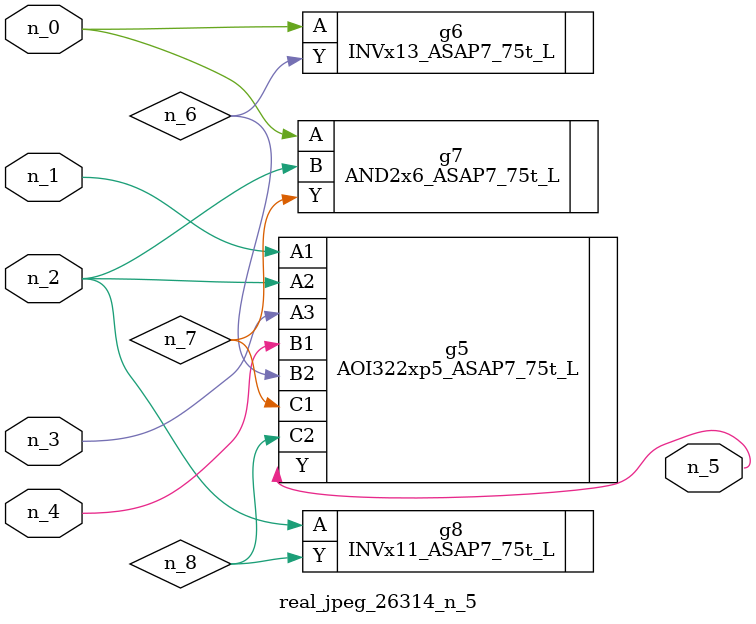
<source format=v>
module real_jpeg_26314_n_5 (n_4, n_0, n_1, n_2, n_3, n_5);

input n_4;
input n_0;
input n_1;
input n_2;
input n_3;

output n_5;

wire n_8;
wire n_6;
wire n_7;

INVx13_ASAP7_75t_L g6 ( 
.A(n_0),
.Y(n_6)
);

AND2x6_ASAP7_75t_L g7 ( 
.A(n_0),
.B(n_2),
.Y(n_7)
);

AOI322xp5_ASAP7_75t_L g5 ( 
.A1(n_1),
.A2(n_2),
.A3(n_3),
.B1(n_4),
.B2(n_6),
.C1(n_7),
.C2(n_8),
.Y(n_5)
);

INVx11_ASAP7_75t_L g8 ( 
.A(n_2),
.Y(n_8)
);


endmodule
</source>
